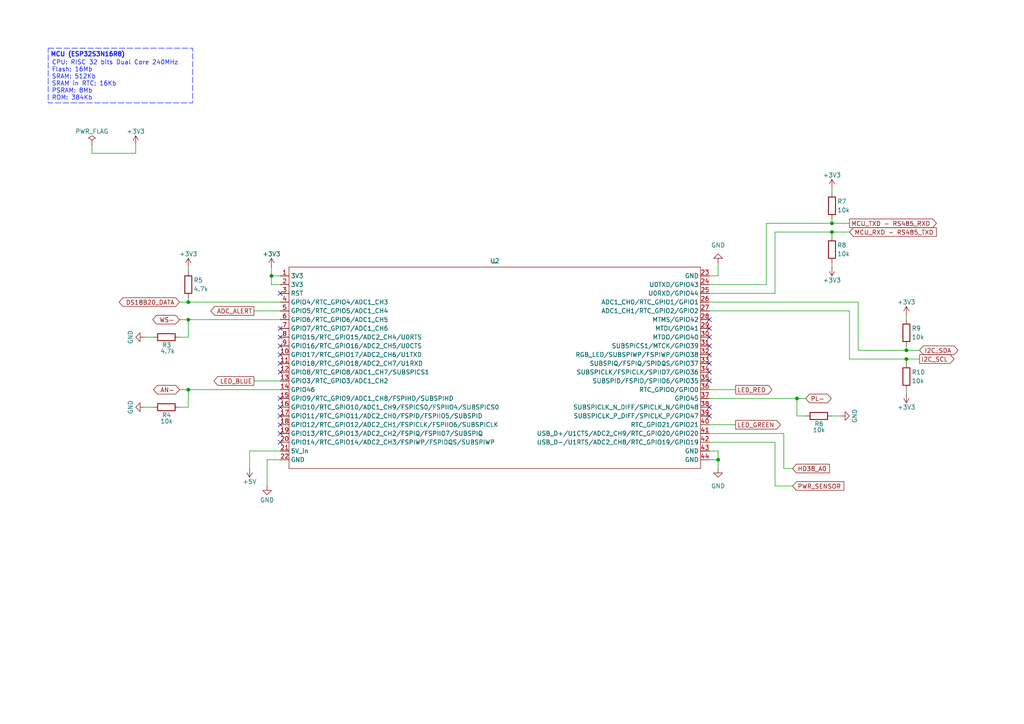
<source format=kicad_sch>
(kicad_sch (version 20231120) (generator "eeschema") (generator_version "8.0")
  (paper "A4")
  (title_block (title "ATL100 (Multiparametric Station) - THT Based") (date "2024-09-06") (rev "v0.1.0-alpha") (company "AgroTechLab (Laboratório de Desenvolvimento de Tecnologias para o Agrongócio)") (comment 1 "IFSC/Lages (Instituto Federal de Santa Catarina)") (comment 2 "Confidential (access prohibited without signing a non-disclosure agreement)") (comment 3 "Author: Robson Costa (robson.costa@ifsc.edu.br)") (comment 4 "MCU (Max. Supply Current: 405.3 mA)"))
  (lib_symbols
    (symbol "AgroTechLab:ESP32S3_DevKit"
      (property "Reference" "U" (at 3.048 3.556 0))
      (symbol "ESP32S3_DevKit_0_1"
        (rectangle (start 2.54 2.54) (end 121.92 -55.88))
      )
      (symbol "ESP32S3_DevKit_1_1"
        (pin power_in line (at 0 0 0) (length 2.54) (name "3V3") (number "1"))
        (pin bidirectional line (at 0 -22.86 0) (length 2.54) (name "GPIO17/RTC_GPIO17/ADC2_CH6/U1TXD") (number "10"))
        (pin bidirectional line (at 0 -25.4 0) (length 2.54) (name "GPIO18/RTC_GPIO18/ADC2_CH7/U1RXD") (number "11"))
        (pin bidirectional line (at 0 -27.94 0) (length 2.54) (name "GPIO8/RTC_GPIO8/ADC1_CH7/SUBSPICS1") (number "12"))
        (pin bidirectional line (at 0 -30.48 0) (length 2.54) (name "GPIO3/RTC_GPIO3/ADC1_CH2") (number "13"))
        (pin bidirectional line (at 0 -33.02 0) (length 2.54) (name "GPIO46") (number "14"))
        (pin bidirectional line (at 0 -35.56 0) (length 2.54) (name "GPIO9/RTC_GPIO9/ADC1_CH8/FSPIHD/SUBSPIHD") (number "15"))
        (pin bidirectional line (at 0 -38.1 0) (length 2.54) (name "GPIO10/RTC_GPIO10/ADC1_CH9/FSPICS0/FSPIIO4/SUBSPICS0") (number "16"))
        (pin bidirectional line (at 0 -40.64 0) (length 2.54) (name "GPIO11/RTC_GPIO11/ADC2_CH0/FSPID/FSPIIO5/SUBSPID") (number "17"))
        (pin bidirectional line (at 0 -43.18 0) (length 2.54) (name "GPIO12/RTC_GPIO12/ADC2_CH1/FSPICLK/FSPIIO6/SUBSPICLK") (number "18"))
        (pin bidirectional line (at 0 -45.72 0) (length 2.54) (name "GPIO13/RTC_GPIO13/ADC2_CH2/FSPIQ/FSPIIO7/SUBSPIQ") (number "19"))
        (pin power_in line (at 0 -2.54 0) (length 2.54) (name "3V3") (number "2"))
        (pin bidirectional line (at 0 -48.26 0) (length 2.54) (name "GPIO14/RTC_GPIO14/ADC2_CH3/FSPIWP/FSPIDQS/SUBSPIWP") (number "20"))
        (pin power_in line (at 0 -50.8 0) (length 2.54) (name "5V_in") (number "21"))
        (pin power_in line (at 0 -53.34 0) (length 2.54) (name "GND") (number "22"))
        (pin power_in line (at 124.46 0 180) (length 2.54) (name "GND") (number "23"))
        (pin bidirectional line (at 124.46 -2.54 180) (length 2.54) (name "U0TXD/GPIO43") (number "24"))
        (pin bidirectional line (at 124.46 -5.08 180) (length 2.54) (name "U0RXD/GPIO44") (number "25"))
        (pin bidirectional line (at 124.46 -7.62 180) (length 2.54) (name "ADC1_CH0/RTC_GPIO1/GPIO1") (number "26"))
        (pin bidirectional line (at 124.46 -10.16 180) (length 2.54) (name "ADC1_CH1/RTC_GPIO2/GPIO2") (number "27"))
        (pin bidirectional line (at 124.46 -12.7 180) (length 2.54) (name "MTMS/GPIO42") (number "28"))
        (pin bidirectional line (at 124.46 -15.24 180) (length 2.54) (name "MTDI/GPIO41") (number "29"))
        (pin bidirectional line (at 0 -5.08 0) (length 2.54) (name "RST") (number "3"))
        (pin bidirectional line (at 124.46 -17.78 180) (length 2.54) (name "MTDO/GPIO40") (number "30"))
        (pin bidirectional line (at 124.46 -20.32 180) (length 2.54) (name "SUBSPICS1/MTCK/GPIO39") (number "31"))
        (pin bidirectional line (at 124.46 -22.86 180) (length 2.54) (name "RGB_LED/SUBSPIWP/FSPIWP/GPIO38") (number "32"))
        (pin bidirectional line (at 124.46 -25.4 180) (length 2.54) (name "SUBSPIQ/FSPIQ/SPIDQS/GPIO37") (number "33"))
        (pin bidirectional line (at 124.46 -27.94 180) (length 2.54) (name "SUBSPICLK/FSPICLK/SPIIO7/GPIO36") (number "34"))
        (pin bidirectional line (at 124.46 -30.48 180) (length 2.54) (name "SUBSPID/FSPID/SPIIO6/GPIO35") (number "35"))
        (pin bidirectional line (at 124.46 -33.02 180) (length 2.54) (name "RTC_GPIO0/GPIO0") (number "36"))
        (pin bidirectional line (at 124.46 -35.56 180) (length 2.54) (name "GPIO45") (number "37"))
        (pin bidirectional line (at 124.46 -38.1 180) (length 2.54) (name "SUBSPICLK_N_DIFF/SPICLK_N/GPIO48") (number "38"))
        (pin bidirectional line (at 124.46 -40.64 180) (length 2.54) (name "SUBSPICLK_P_DIFF/SPICLK_P/GPIO47") (number "39"))
        (pin bidirectional line (at 0 -7.62 0) (length 2.54) (name "GPIO4/RTC_GPIO4/ADC1_CH3") (number "4"))
        (pin bidirectional line (at 124.46 -43.18 180) (length 2.54) (name "RTC_GPIO21/GPIO21") (number "40"))
        (pin bidirectional line (at 124.46 -45.72 180) (length 2.54) (name "USB_D+/U1CTS/ADC2_CH9/RTC_GPIO20/GPIO20") (number "41"))
        (pin bidirectional line (at 124.46 -48.26 180) (length 2.54) (name "USB_D-/U1RTS/ADC2_CH8/RTC_GPIO19/GPIO19") (number "42"))
        (pin power_in line (at 124.46 -50.8 180) (length 2.54) (name "GND") (number "43"))
        (pin power_in line (at 124.46 -53.34 180) (length 2.54) (name "GND") (number "44"))
        (pin bidirectional line (at 0 -10.16 0) (length 2.54) (name "GPIO5/RTC_GPIO5/ADC1_CH4") (number "5"))
        (pin bidirectional line (at 0 -12.7 0) (length 2.54) (name "GPIO6/RTC_GPIO6/ADC1_CH5") (number "6"))
        (pin bidirectional line (at 0 -15.24 0) (length 2.54) (name "GPIO7/RTC_GPIO7/ADC1_CH6") (number "7"))
        (pin bidirectional line (at 0 -17.78 0) (length 2.54) (name "GPIO15/RTC_GPIO15/ADC2_CH4/U0RTS") (number "8"))
        (pin bidirectional line (at 0 -20.32 0) (length 2.54) (name "GPIO16/RTC_GPIO16/ADC2_CH5/U0CTS") (number "9"))
      )
    )
    (symbol "Device:R" (pin_numbers hide) (pin_names (offset 0))
      (property "Reference" "R" (at 2.032 0 90))
      (property "Value" "R" (at 0 0 90))
      (symbol "R_0_1"
        (rectangle (start -1.016 -2.54) (end 1.016 2.54) (stroke (width 0.254)))
      )
      (symbol "R_1_1"
        (pin passive line (at 0 3.81 270) (length 1.27) (name "~") (number "1"))
        (pin passive line (at 0 -3.81 90) (length 1.27) (name "~") (number "2"))
      )
    )
    (symbol "power:+3V3" (power) (pin_numbers hide) (pin_names (offset 0) hide)
      (property "Value" "+3V3" (at 0 3.556 0))
      (symbol "+3V3_0_1"
        (polyline (pts (xy -0.762 1.27) (xy 0 2.54)))
        (polyline (pts (xy 0 0) (xy 0 2.54)))
        (polyline (pts (xy 0 2.54) (xy 0.762 1.27)))
      )
      (symbol "+3V3_1_1"
        (pin power_in line (at 0 0 90) (length 0) (name "~") (number "1"))
      )
    )
    (symbol "power:+5V" (power) (pin_numbers hide) (pin_names (offset 0) hide)
      (property "Value" "+5V" (at 0 3.556 0))
      (symbol "+5V_0_1"
        (polyline (pts (xy -0.762 1.27) (xy 0 2.54)))
        (polyline (pts (xy 0 0) (xy 0 2.54)))
        (polyline (pts (xy 0 2.54) (xy 0.762 1.27)))
      )
      (symbol "+5V_1_1"
        (pin power_in line (at 0 0 90) (length 0) (name "~") (number "1"))
      )
    )
    (symbol "power:GND" (power) (pin_numbers hide) (pin_names (offset 0) hide)
      (property "Value" "GND" (at 0 -3.81 0))
      (symbol "GND_0_1"
        (polyline (pts (xy 0 0) (xy 0 -1.27) (xy 1.27 -1.27) (xy 0 -2.54) (xy -1.27 -1.27) (xy 0 -1.27)))
      )
      (symbol "GND_1_1"
        (pin power_in line (at 0 0 270) (length 0) (name "~") (number "1"))
      )
    )
    (symbol "power:PWR_FLAG" (power) (pin_numbers hide) (pin_names (offset 0) hide)
      (property "Value" "PWR_FLAG" (at 0 3.81 0))
      (symbol "PWR_FLAG_0_0"
        (pin power_out line (at 0 0 90) (length 0) (name "~") (number "1"))
      )
      (symbol "PWR_FLAG_0_1"
        (polyline (pts (xy 0 0) (xy 0 1.27) (xy -1.016 1.905) (xy 0 2.54) (xy 1.016 1.905) (xy 0 1.27)))
      )
    )
  )
  (junction (at 54.61 113.03))
  (junction (at 54.61 92.71))
  (junction (at 208.28 133.35))
  (junction (at 241.3 64.77))
  (junction (at 262.89 101.6))
  (junction (at 231.14 115.57))
  (junction (at 241.3 67.31))
  (junction (at 262.89 104.14))
  (junction (at 54.61 87.63))
  (junction (at 78.74 80.01))
  (no_connect (at 81.28 105.41))
  (no_connect (at 81.28 123.19))
  (no_connect (at 81.28 118.11))
  (no_connect (at 205.74 118.11))
  (no_connect (at 81.28 125.73))
  (no_connect (at 205.74 105.41))
  (no_connect (at 81.28 97.79))
  (no_connect (at 205.74 92.71))
  (no_connect (at 81.28 128.27))
  (no_connect (at 205.74 120.65))
  (no_connect (at 81.28 102.87))
  (no_connect (at 81.28 107.95))
  (no_connect (at 205.74 102.87))
  (no_connect (at 205.74 100.33))
  (no_connect (at 81.28 85.09))
  (no_connect (at 205.74 110.49))
  (no_connect (at 81.28 120.65))
  (no_connect (at 205.74 107.95))
  (no_connect (at 205.74 97.79))
  (no_connect (at 205.74 95.25))
  (no_connect (at 81.28 95.25))
  (no_connect (at 81.28 100.33))
  (no_connect (at 81.28 115.57))
  (wire (pts (xy 224.79 85.09) (xy 224.79 67.31)))
  (wire (pts (xy 224.79 128.27) (xy 205.74 128.27)))
  (wire (pts (xy 205.74 82.55) (xy 222.25 82.55)))
  (wire (pts (xy 222.25 64.77) (xy 241.3 64.77)))
  (wire (pts (xy 224.79 140.97) (xy 229.87 140.97)))
  (wire (pts (xy 208.28 76.2) (xy 208.28 80.01)))
  (wire (pts (xy 205.74 90.17) (xy 246.38 90.17)))
  (wire (pts (xy 54.61 113.03) (xy 54.61 118.11)))
  (wire (pts (xy 208.28 80.01) (xy 205.74 80.01)))
  (wire (pts (xy 54.61 86.36) (xy 54.61 87.63)))
  (wire (pts (xy 41.91 118.11) (xy 44.45 118.11)))
  (wire (pts (xy 26.67 44.45) (xy 39.37 44.45)))
  (wire (pts (xy 81.28 80.01) (xy 78.74 80.01)))
  (wire (pts (xy 241.3 64.77) (xy 246.38 64.77)))
  (wire (pts (xy 52.07 118.11) (xy 54.61 118.11)))
  (wire (pts (xy 39.37 41.91) (xy 39.37 44.45)))
  (wire (pts (xy 52.07 92.71) (xy 54.61 92.71)))
  (wire (pts (xy 205.74 130.81) (xy 208.28 130.81)))
  (wire (pts (xy 208.28 133.35) (xy 208.28 135.89)))
  (wire (pts (xy 241.3 120.65) (xy 243.84 120.65)))
  (wire (pts (xy 241.3 67.31) (xy 246.38 67.31)))
  (wire (pts (xy 246.38 90.17) (xy 246.38 104.14)))
  (wire (pts (xy 246.38 104.14) (xy 262.89 104.14)))
  (wire (pts (xy 222.25 82.55) (xy 222.25 64.77)))
  (wire (pts (xy 248.92 87.63) (xy 248.92 101.6)))
  (wire (pts (xy 205.74 85.09) (xy 224.79 85.09)))
  (wire (pts (xy 205.74 113.03) (xy 213.36 113.03)))
  (wire (pts (xy 262.89 100.33) (xy 262.89 101.6)))
  (wire (pts (xy 224.79 67.31) (xy 241.3 67.31)))
  (wire (pts (xy 262.89 91.44) (xy 262.89 92.71)))
  (wire (pts (xy 81.28 130.81) (xy 72.39 130.81)))
  (wire (pts (xy 241.3 67.31) (xy 241.3 68.58)))
  (wire (pts (xy 231.14 115.57) (xy 233.68 115.57)))
  (wire (pts (xy 54.61 77.47) (xy 54.61 78.74)))
  (wire (pts (xy 52.07 113.03) (xy 54.61 113.03)))
  (wire (pts (xy 52.07 87.63) (xy 54.61 87.63)))
  (wire (pts (xy 231.14 115.57) (xy 231.14 120.65)))
  (wire (pts (xy 205.74 125.73) (xy 227.33 125.73)))
  (wire (pts (xy 81.28 82.55) (xy 78.74 82.55)))
  (wire (pts (xy 81.28 133.35) (xy 77.47 133.35)))
  (wire (pts (xy 54.61 92.71) (xy 54.61 97.79)))
  (wire (pts (xy 205.74 133.35) (xy 208.28 133.35)))
  (wire (pts (xy 41.91 97.79) (xy 44.45 97.79)))
  (wire (pts (xy 205.74 123.19) (xy 213.36 123.19)))
  (wire (pts (xy 208.28 130.81) (xy 208.28 133.35)))
  (wire (pts (xy 26.67 44.45) (xy 26.67 41.91)))
  (wire (pts (xy 54.61 92.71) (xy 81.28 92.71)))
  (wire (pts (xy 78.74 82.55) (xy 78.74 80.01)))
  (wire (pts (xy 205.74 115.57) (xy 231.14 115.57)))
  (wire (pts (xy 241.3 76.2) (xy 241.3 77.47)))
  (wire (pts (xy 231.14 120.65) (xy 233.68 120.65)))
  (wire (pts (xy 224.79 140.97) (xy 224.79 128.27)))
  (wire (pts (xy 241.3 63.5) (xy 241.3 64.77)))
  (wire (pts (xy 54.61 113.03) (xy 81.28 113.03)))
  (wire (pts (xy 227.33 125.73) (xy 227.33 135.89)))
  (wire (pts (xy 262.89 113.03) (xy 262.89 114.3)))
  (wire (pts (xy 248.92 101.6) (xy 262.89 101.6)))
  (wire (pts (xy 77.47 133.35) (xy 77.47 140.97)))
  (wire (pts (xy 72.39 130.81) (xy 72.39 135.89)))
  (wire (pts (xy 262.89 104.14) (xy 266.7 104.14)))
  (wire (pts (xy 78.74 80.01) (xy 78.74 77.47)))
  (wire (pts (xy 241.3 54.61) (xy 241.3 55.88)))
  (wire (pts (xy 73.66 90.17) (xy 81.28 90.17)))
  (wire (pts (xy 227.33 135.89) (xy 229.87 135.89)))
  (wire (pts (xy 52.07 97.79) (xy 54.61 97.79)))
  (wire (pts (xy 205.74 87.63) (xy 248.92 87.63)))
  (wire (pts (xy 73.66 110.49) (xy 81.28 110.49)))
  (wire (pts (xy 54.61 87.63) (xy 81.28 87.63)))
  (wire (pts (xy 262.89 101.6) (xy 266.7 101.6)))
  (wire (pts (xy 262.89 104.14) (xy 262.89 105.41)))
  (rectangle (start 13.97 13.97) (end 55.88 29.845) (stroke (width 0) (type dash) (color 9 23 255 1)))
  (text "CPU: RISC 32 bits Dual Core 240MHz\nFlash: 16Mb\nSRAM: 512Kb\nSRAM in RTC: 16Kb\nPSRAM: 8Mb\nROM: 384Kb" (at 14.986 29.21 0) (effects (font (size 1.27 1.27)) (justify left bottom)))
  (text "MCU (ESP32S3N16R8)" (at 14.605 16.637 0) (effects (font (size 1.27 1.27) (thickness 0.254) (bold yes)) (justify left bottom)))
  (global_label "MCU_RXD - RS485_TXD" (shape input) (at 246.38 67.31 0) (property "Intersheetrefs" "${INTERSHEET_REFS}" (effects (hide yes))))
  (global_label "WS-" (shape bidirectional) (at 52.07 92.71 180) (property "Intersheetrefs" "${INTERSHEET_REFS}" (effects (hide yes))))
  (global_label "LED_BLUE" (shape output) (at 73.66 110.49 180) (property "Intersheetrefs" "${INTERSHEET_REFS}" (effects (hide yes))))
  (global_label "LED_GREEN" (shape output) (at 213.36 123.19 0) (property "Intersheetrefs" "${INTERSHEET_REFS}" (effects (hide yes))))
  (global_label "I2C_SDA" (shape bidirectional) (at 266.7 101.6 0) (property "Intersheetrefs" "${INTERSHEET_REFS}" (effects (hide yes))))
  (global_label "MCU_TXD - RS485_RXD" (shape output) (at 246.38 64.77 0) (property "Intersheetrefs" "${INTERSHEET_REFS}" (effects (hide yes))))
  (global_label "LED_RED" (shape output) (at 213.36 113.03 0) (property "Intersheetrefs" "${INTERSHEET_REFS}" (effects (hide yes))))
  (global_label "AN-" (shape bidirectional) (at 52.07 113.03 180) (property "Intersheetrefs" "${INTERSHEET_REFS}" (effects (hide yes))))
  (global_label "HD38_A0" (shape input) (at 229.87 135.89 0) (property "Intersheetrefs" "${INTERSHEET_REFS}" (effects (hide yes))))
  (global_label "PL-" (shape bidirectional) (at 233.68 115.57 0) (property "Intersheetrefs" "${INTERSHEET_REFS}" (effects (hide yes))))
  (global_label "ADC_ALERT" (shape output) (at 73.66 90.17 180) (property "Intersheetrefs" "${INTERSHEET_REFS}" (effects (hide yes))))
  (global_label "I2C_SCL" (shape output) (at 266.7 104.14 0) (property "Intersheetrefs" "${INTERSHEET_REFS}" (effects (hide yes))))
  (global_label "DS18B20_DATA" (shape bidirectional) (at 52.07 87.63 180) (property "Intersheetrefs" "${INTERSHEET_REFS}" (effects (hide yes))))
  (global_label "PWR_SENSOR" (shape input) (at 229.87 140.97 0) (property "Intersheetrefs" "${INTERSHEET_REFS}" (effects (hide yes))))
  (symbol (lib_id "Device:R") (at 237.49 120.65 270) (unit 1)
    (property "Reference" "R6" (at 236.22 122.936 90) (effects (justify left)))
    (property "Value" "10k" (at 235.712 124.714 90) (effects (justify left)))
    (property "Description" "Resistor" (effects (hide yes)))
  )
  (symbol (lib_id "power:PWR_FLAG") (at 26.67 41.91 0) (unit 1)
    (property "Reference" "#FLG03" (effects (hide yes)))
    (property "Value" "PWR_FLAG" (at 26.67 38.1 0))
    (property "Description" "Special symbol for telling ERC where power comes from" (effects (hide yes)))
  )
  (symbol (lib_id "power:GND") (at 208.28 76.2 180) (unit 1)
    (property "Reference" "#PWR015" (effects (hide yes)))
    (property "Value" "GND" (at 208.28 71.12 0))
    (property "Description" "Power symbol creates a global label with name \"GND\" , ground" (effects (hide yes)))
  )
  (symbol (lib_id "AgroTechLab:ESP32S3_DevKit") (at 81.28 80.01 0) (unit 1)
    (property "Reference" "U2" (at 143.51 75.692 0))
    (property "Value" "~" (at 143.51 76.2 0))
    (property "Footprint" "AgroTechLab:ESP32S3N16R8_DevKit" (effects (hide yes)))
    (property "Description" "DevKit: ESP32-S3 N16R8" (effects (hide yes)))
  )
  (symbol (lib_id "power:+3V3") (at 78.74 77.47 0) (unit 1)
    (property "Reference" "#PWR014" (effects (hide yes)))
    (property "Value" "+3V3" (at 78.74 73.66 0))
    (property "Description" "Power symbol creates a global label with name \"+3V3\"" (effects (hide yes)))
  )
  (symbol (lib_id "power:+3V3") (at 54.61 77.47 0) (unit 1)
    (property "Reference" "#PWR011" (effects (hide yes)))
    (property "Value" "+3V3" (at 54.61 73.66 0))
    (property "Description" "Power symbol creates a global label with name \"+3V3\"" (effects (hide yes)))
  )
  (symbol (lib_id "power:GND") (at 243.84 120.65 90) (unit 1)
    (property "Reference" "#PWR019" (effects (hide yes)))
    (property "Value" "GND" (at 247.904 120.65 0))
    (property "Description" "Power symbol creates a global label with name \"GND\" , ground" (effects (hide yes)))
  )
  (symbol (lib_id "Device:R") (at 241.3 59.69 0) (unit 1)
    (property "Reference" "R7" (at 242.824 58.42 0) (effects (justify left)))
    (property "Value" "10k" (at 242.824 60.96 0) (effects (justify left)))
    (property "Description" "Resistor" (effects (hide yes)))
  )
  (symbol (lib_id "Device:R") (at 48.26 118.11 270) (unit 1)
    (property "Reference" "R4" (at 46.99 120.396 90) (effects (justify left)))
    (property "Value" "10k" (at 46.482 122.174 90) (effects (justify left)))
    (property "Description" "Resistor" (effects (hide yes)))
  )
  (symbol (lib_id "power:GND") (at 77.47 140.97 0) (unit 1)
    (property "Reference" "#PWR013" (effects (hide yes)))
    (property "Value" "GND" (at 77.47 145.034 0))
    (property "Description" "Power symbol creates a global label with name \"GND\" , ground" (effects (hide yes)))
  )
  (symbol (lib_id "power:+5V") (at 72.39 135.89 180) (unit 1)
    (property "Reference" "#PWR012" (effects (hide yes)))
    (property "Value" "+5V" (at 72.39 139.7 0))
    (property "Description" "Power symbol creates a global label with name \"+5V\"" (effects (hide yes)))
  )
  (symbol (lib_id "Device:R") (at 54.61 82.55 0) (unit 1)
    (property "Reference" "R5" (at 56.134 81.28 0) (effects (justify left)))
    (property "Value" "4.7k" (at 56.134 83.82 0) (effects (justify left)))
    (property "Description" "Resistor" (effects (hide yes)))
  )
  (symbol (lib_id "Device:R") (at 262.89 96.52 0) (unit 1)
    (property "Reference" "R9" (at 264.414 95.25 0) (effects (justify left)))
    (property "Value" "10k" (at 264.414 97.79 0) (effects (justify left)))
    (property "Description" "Resistor" (effects (hide yes)))
  )
  (symbol (lib_id "Device:R") (at 241.3 72.39 0) (unit 1)
    (property "Reference" "R8" (at 242.824 71.12 0) (effects (justify left)))
    (property "Value" "10k" (at 242.824 73.66 0) (effects (justify left)))
    (property "Description" "Resistor" (effects (hide yes)))
  )
  (symbol (lib_id "power:+3V3") (at 39.37 41.91 0) (unit 1)
    (property "Reference" "#PWR08" (effects (hide yes)))
    (property "Value" "+3V3" (at 39.37 38.1 0))
    (property "Description" "Power symbol creates a global label with name \"+3V3\"" (effects (hide yes)))
  )
  (symbol (lib_id "power:+3V3") (at 241.3 54.61 0) (unit 1)
    (property "Reference" "#PWR017" (effects (hide yes)))
    (property "Value" "+3V3" (at 241.3 50.8 0))
    (property "Description" "Power symbol creates a global label with name \"+3V3\"" (effects (hide yes)))
  )
  (symbol (lib_id "power:+3V3") (at 241.3 77.47 180) (unit 1)
    (property "Reference" "#PWR018" (effects (hide yes)))
    (property "Value" "+3V3" (at 241.3 81.28 0))
    (property "Description" "Power symbol creates a global label with name \"+3V3\"" (effects (hide yes)))
  )
  (symbol (lib_id "power:+3V3") (at 262.89 114.3 180) (unit 1)
    (property "Reference" "#PWR021" (effects (hide yes)))
    (property "Value" "+3V3" (at 262.89 118.11 0))
    (property "Description" "Power symbol creates a global label with name \"+3V3\"" (effects (hide yes)))
  )
  (symbol (lib_id "power:+3V3") (at 262.89 91.44 0) (unit 1)
    (property "Reference" "#PWR020" (effects (hide yes)))
    (property "Value" "+3V3" (at 262.89 87.63 0))
    (property "Description" "Power symbol creates a global label with name \"+3V3\"" (effects (hide yes)))
  )
  (symbol (lib_id "power:GND") (at 41.91 97.79 270) (unit 1)
    (property "Reference" "#PWR09" (effects (hide yes)))
    (property "Value" "GND" (at 37.846 97.79 0))
    (property "Description" "Power symbol creates a global label with name \"GND\" , ground" (effects (hide yes)))
  )
  (symbol (lib_id "Device:R") (at 48.26 97.79 270) (unit 1)
    (property "Reference" "R3" (at 46.99 100.076 90) (effects (justify left)))
    (property "Value" "4.7k" (at 46.482 101.854 90) (effects (justify left)))
    (property "Description" "Resistor" (effects (hide yes)))
  )
  (symbol (lib_id "power:GND") (at 41.91 118.11 270) (unit 1)
    (property "Reference" "#PWR010" (effects (hide yes)))
    (property "Value" "GND" (at 37.846 118.11 0))
    (property "Description" "Power symbol creates a global label with name \"GND\" , ground" (effects (hide yes)))
  )
  (symbol (lib_id "power:GND") (at 208.28 135.89 0) (unit 1)
    (property "Reference" "#PWR016" (effects (hide yes)))
    (property "Value" "GND" (at 208.28 140.97 0))
    (property "Description" "Power symbol creates a global label with name \"GND\" , ground" (effects (hide yes)))
  )
  (symbol (lib_id "Device:R") (at 262.89 109.22 0) (unit 1)
    (property "Reference" "R10" (at 264.414 107.95 0) (effects (justify left)))
    (property "Value" "10k" (at 264.414 110.49 0) (effects (justify left)))
    (property "Description" "Resistor" (effects (hide yes)))
  )
)
</source>
